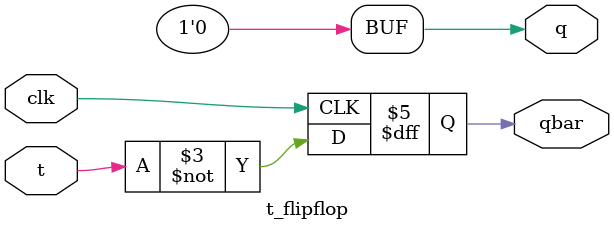
<source format=v>
module t_flipflop(q, qbar, t, clk);

output reg q, qbar;
input t, clk;

assign q = 0;

/* Behavioral model

always @(posedge clk) begin 
case (t)
0: q = q;
1: q = ~q;
endcase
assign qbar = ~q;
end
/*

/* Dataflow */
always @(posedge clk) begin
q = t^q;
qbar = ~q;
end

endmodule



/* Testbench

module testbench;

reg clk, t;
wire q, qbar;

t_flipflop ff(q, qbar, t, clk);

initial begin
clk = 1'b0;
forever #10 clk = ~clk;
end

initial begin
t = 0; 
#100 t = 1;
#100 t = 0;
#100 t = 1;
end

initial begin
$monitor(" T = %b  Q = %b  Qbar = %b", t, q, qbar);
end

endmodule
*/

</source>
